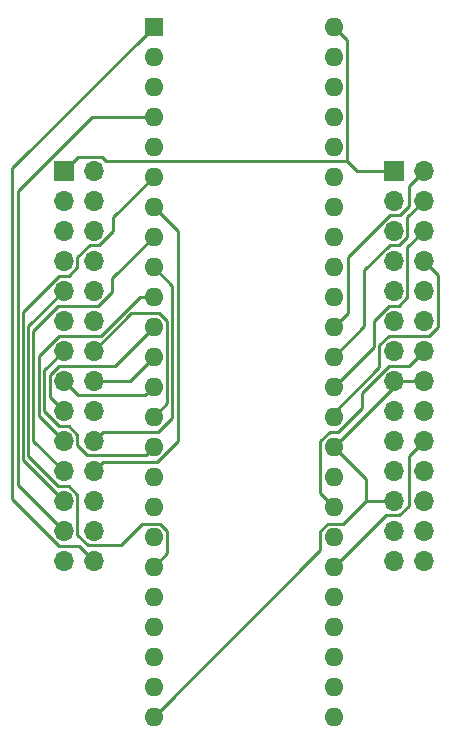
<source format=gbr>
G04 #@! TF.GenerationSoftware,KiCad,Pcbnew,7.0.6-7.0.6~ubuntu23.04.1*
G04 #@! TF.CreationDate,2023-07-23T13:01:15+01:00*
G04 #@! TF.ProjectId,WIZnet adapter,57495a6e-6574-4206-9164-61707465722e,rev?*
G04 #@! TF.SameCoordinates,Original*
G04 #@! TF.FileFunction,Copper,L2,Bot*
G04 #@! TF.FilePolarity,Positive*
%FSLAX46Y46*%
G04 Gerber Fmt 4.6, Leading zero omitted, Abs format (unit mm)*
G04 Created by KiCad (PCBNEW 7.0.6-7.0.6~ubuntu23.04.1) date 2023-07-23 13:01:15*
%MOMM*%
%LPD*%
G01*
G04 APERTURE LIST*
G04 #@! TA.AperFunction,ComponentPad*
%ADD10R,1.700000X1.700000*%
G04 #@! TD*
G04 #@! TA.AperFunction,ComponentPad*
%ADD11O,1.700000X1.700000*%
G04 #@! TD*
G04 #@! TA.AperFunction,ComponentPad*
%ADD12R,1.600000X1.600000*%
G04 #@! TD*
G04 #@! TA.AperFunction,ComponentPad*
%ADD13O,1.600000X1.600000*%
G04 #@! TD*
G04 #@! TA.AperFunction,Conductor*
%ADD14C,0.250000*%
G04 #@! TD*
G04 APERTURE END LIST*
D10*
X108458000Y-66040000D03*
D11*
X110998000Y-66040000D03*
X108458000Y-68580000D03*
X110998000Y-68580000D03*
X108458000Y-71120000D03*
X110998000Y-71120000D03*
X108458000Y-73660000D03*
X110998000Y-73660000D03*
X108458000Y-76200000D03*
X110998000Y-76200000D03*
X108458000Y-78740000D03*
X110998000Y-78740000D03*
X108458000Y-81280000D03*
X110998000Y-81280000D03*
X108458000Y-83820000D03*
X110998000Y-83820000D03*
X108458000Y-86360000D03*
X110998000Y-86360000D03*
X108458000Y-88900000D03*
X110998000Y-88900000D03*
X108458000Y-91440000D03*
X110998000Y-91440000D03*
X108458000Y-93980000D03*
X110998000Y-93980000D03*
X108458000Y-96520000D03*
X110998000Y-96520000D03*
X108458000Y-99060000D03*
X110998000Y-99060000D03*
X138938000Y-99060000D03*
X136398000Y-99060000D03*
X138938000Y-96520000D03*
X136398000Y-96520000D03*
X138938000Y-93980000D03*
X136398000Y-93980000D03*
X138938000Y-91440000D03*
X136398000Y-91440000D03*
X138938000Y-88900000D03*
X136398000Y-88900000D03*
X138938000Y-86360000D03*
X136398000Y-86360000D03*
X138938000Y-83820000D03*
X136398000Y-83820000D03*
X138938000Y-81280000D03*
X136398000Y-81280000D03*
X138938000Y-78740000D03*
X136398000Y-78740000D03*
X138938000Y-76200000D03*
X136398000Y-76200000D03*
X138938000Y-73660000D03*
X136398000Y-73660000D03*
X138938000Y-71120000D03*
X136398000Y-71120000D03*
X138938000Y-68580000D03*
X136398000Y-68580000D03*
X138938000Y-66040000D03*
D10*
X136398000Y-66040000D03*
D12*
X116078000Y-53848000D03*
D13*
X131318000Y-112268000D03*
X116078000Y-56388000D03*
X131318000Y-109728000D03*
X116078000Y-58928000D03*
X131318000Y-107188000D03*
X116078000Y-61468000D03*
X131318000Y-104648000D03*
X116078000Y-64008000D03*
X131318000Y-102108000D03*
X116078000Y-66548000D03*
X131318000Y-99568000D03*
X116078000Y-69088000D03*
X131318000Y-97028000D03*
X116078000Y-71628000D03*
X131318000Y-94488000D03*
X116078000Y-74168000D03*
X131318000Y-91948000D03*
X116078000Y-76708000D03*
X131318000Y-89408000D03*
X116078000Y-79248000D03*
X131318000Y-86868000D03*
X116078000Y-81788000D03*
X131318000Y-84328000D03*
X116078000Y-84328000D03*
X131318000Y-81788000D03*
X116078000Y-86868000D03*
X131318000Y-79248000D03*
X116078000Y-89408000D03*
X131318000Y-76708000D03*
X116078000Y-91948000D03*
X131318000Y-74168000D03*
X116078000Y-94488000D03*
X131318000Y-71628000D03*
X116078000Y-97028000D03*
X131318000Y-69088000D03*
X116078000Y-99568000D03*
X131318000Y-66548000D03*
X116078000Y-102108000D03*
X131318000Y-64008000D03*
X116078000Y-104648000D03*
X131318000Y-61468000D03*
X116078000Y-107188000D03*
X131318000Y-58928000D03*
X116078000Y-109728000D03*
X131318000Y-56388000D03*
X116078000Y-112268000D03*
X131318000Y-53848000D03*
D14*
X132443400Y-65166500D02*
X133316900Y-66040000D01*
X133316900Y-66040000D02*
X136398000Y-66040000D01*
X131318000Y-53848000D02*
X132443400Y-54973400D01*
X132443400Y-54973400D02*
X132443400Y-65166500D01*
X132443400Y-65166500D02*
X112024800Y-65166500D01*
X112024800Y-65166500D02*
X111690400Y-64832100D01*
X111690400Y-64832100D02*
X109665900Y-64832100D01*
X109665900Y-64832100D02*
X108458000Y-66040000D01*
X116078000Y-99568000D02*
X117220000Y-98426000D01*
X117220000Y-98426000D02*
X117220000Y-96530400D01*
X117220000Y-96530400D02*
X116592200Y-95902600D01*
X116592200Y-95902600D02*
X115112200Y-95902600D01*
X115112200Y-95902600D02*
X113290100Y-97724700D01*
X113290100Y-97724700D02*
X110509700Y-97724700D01*
X110509700Y-97724700D02*
X109633400Y-96848400D01*
X109633400Y-96848400D02*
X109633400Y-93454400D01*
X109633400Y-93454400D02*
X108889000Y-92710000D01*
X108889000Y-92710000D02*
X107957900Y-92710000D01*
X107957900Y-92710000D02*
X105459400Y-90211500D01*
X105459400Y-90211500D02*
X105459400Y-79198600D01*
X105459400Y-79198600D02*
X108458000Y-76200000D01*
X116078000Y-89408000D02*
X115410600Y-90075400D01*
X115410600Y-90075400D02*
X110472400Y-90075400D01*
X110472400Y-90075400D02*
X109633400Y-89236400D01*
X109633400Y-89236400D02*
X109633400Y-88374400D01*
X109633400Y-88374400D02*
X108889000Y-87630000D01*
X108889000Y-87630000D02*
X108045900Y-87630000D01*
X108045900Y-87630000D02*
X106810900Y-86395000D01*
X106810900Y-86395000D02*
X106810900Y-82927100D01*
X106810900Y-82927100D02*
X108458000Y-81280000D01*
X116078000Y-86868000D02*
X117207100Y-85738900D01*
X117207100Y-85738900D02*
X117207100Y-78785100D01*
X117207100Y-78785100D02*
X116528800Y-78106800D01*
X116528800Y-78106800D02*
X114171200Y-78106800D01*
X114171200Y-78106800D02*
X110998000Y-81280000D01*
X108458000Y-83820000D02*
X109665800Y-85027800D01*
X109665800Y-85027800D02*
X115378200Y-85027800D01*
X115378200Y-85027800D02*
X116078000Y-84328000D01*
X116078000Y-81788000D02*
X114046000Y-83820000D01*
X114046000Y-83820000D02*
X110998000Y-83820000D01*
X108458000Y-86360000D02*
X107270400Y-85172400D01*
X107270400Y-85172400D02*
X107270400Y-83316900D01*
X107270400Y-83316900D02*
X108037300Y-82550000D01*
X108037300Y-82550000D02*
X112776000Y-82550000D01*
X112776000Y-82550000D02*
X116078000Y-79248000D01*
X131318000Y-89408000D02*
X136398000Y-84328000D01*
X136398000Y-84328000D02*
X136398000Y-83820000D01*
X134047700Y-93980000D02*
X134047700Y-92137700D01*
X134047700Y-92137700D02*
X131318000Y-89408000D01*
X134047700Y-93980000D02*
X136398000Y-93980000D01*
X116078000Y-112268000D02*
X130189300Y-98156700D01*
X130189300Y-98156700D02*
X130189300Y-96519500D01*
X130189300Y-96519500D02*
X130806100Y-95902700D01*
X130806100Y-95902700D02*
X132125000Y-95902700D01*
X132125000Y-95902700D02*
X134047700Y-93980000D01*
X136398000Y-83820000D02*
X138938000Y-83820000D01*
X116078000Y-76708000D02*
X114933100Y-76708000D01*
X114933100Y-76708000D02*
X111631100Y-80010000D01*
X111631100Y-80010000D02*
X108062800Y-80010000D01*
X108062800Y-80010000D02*
X106360200Y-81712600D01*
X106360200Y-81712600D02*
X106360200Y-86802200D01*
X106360200Y-86802200D02*
X108458000Y-88900000D01*
X116078000Y-74168000D02*
X117660600Y-75750600D01*
X117660600Y-75750600D02*
X117660600Y-86928700D01*
X117660600Y-86928700D02*
X116451300Y-88138000D01*
X116451300Y-88138000D02*
X111760000Y-88138000D01*
X111760000Y-88138000D02*
X110998000Y-88900000D01*
X108458000Y-91440000D02*
X105909800Y-88891800D01*
X105909800Y-88891800D02*
X105909800Y-79567900D01*
X105909800Y-79567900D02*
X108007700Y-77470000D01*
X108007700Y-77470000D02*
X111401600Y-77470000D01*
X111401600Y-77470000D02*
X112567000Y-76304600D01*
X112567000Y-76304600D02*
X112567000Y-75139000D01*
X112567000Y-75139000D02*
X116078000Y-71628000D01*
X116078000Y-69088000D02*
X118129700Y-71139700D01*
X118129700Y-71139700D02*
X118129700Y-88949400D01*
X118129700Y-88949400D02*
X116401100Y-90678000D01*
X116401100Y-90678000D02*
X111760000Y-90678000D01*
X111760000Y-90678000D02*
X110998000Y-91440000D01*
X116078000Y-66548000D02*
X112661600Y-69964400D01*
X112661600Y-69964400D02*
X112661600Y-71130000D01*
X112661600Y-71130000D02*
X111496200Y-72295400D01*
X111496200Y-72295400D02*
X110698400Y-72295400D01*
X110698400Y-72295400D02*
X109633400Y-73360400D01*
X109633400Y-73360400D02*
X109633400Y-74185600D01*
X109633400Y-74185600D02*
X108889000Y-74930000D01*
X108889000Y-74930000D02*
X108050700Y-74930000D01*
X108050700Y-74930000D02*
X105009100Y-77971600D01*
X105009100Y-77971600D02*
X105009100Y-90531100D01*
X105009100Y-90531100D02*
X108458000Y-93980000D01*
X116078000Y-61468000D02*
X110833500Y-61468000D01*
X110833500Y-61468000D02*
X104558800Y-67742700D01*
X104558800Y-67742700D02*
X104558800Y-92620800D01*
X104558800Y-92620800D02*
X108458000Y-96520000D01*
X116078000Y-53848000D02*
X104108500Y-65817500D01*
X104108500Y-65817500D02*
X104108500Y-93861600D01*
X104108500Y-93861600D02*
X108036900Y-97790000D01*
X108036900Y-97790000D02*
X109728000Y-97790000D01*
X109728000Y-97790000D02*
X110998000Y-99060000D01*
X131318000Y-99568000D02*
X135730600Y-95155400D01*
X135730600Y-95155400D02*
X136891000Y-95155400D01*
X136891000Y-95155400D02*
X137668000Y-94378400D01*
X137668000Y-94378400D02*
X137668000Y-90170000D01*
X137668000Y-90170000D02*
X138938000Y-88900000D01*
X131318000Y-94488000D02*
X130187300Y-93357300D01*
X130187300Y-93357300D02*
X130187300Y-88945800D01*
X130187300Y-88945800D02*
X130995100Y-88138000D01*
X130995100Y-88138000D02*
X131712100Y-88138000D01*
X131712100Y-88138000D02*
X133703900Y-86146200D01*
X133703900Y-86146200D02*
X133703900Y-84821600D01*
X133703900Y-84821600D02*
X135975500Y-82550000D01*
X135975500Y-82550000D02*
X137668000Y-82550000D01*
X137668000Y-82550000D02*
X138938000Y-81280000D01*
X131318000Y-86868000D02*
X131318000Y-86540500D01*
X131318000Y-86540500D02*
X135187700Y-82670800D01*
X135187700Y-82670800D02*
X135187700Y-80819300D01*
X135187700Y-80819300D02*
X135997000Y-80010000D01*
X135997000Y-80010000D02*
X139381600Y-80010000D01*
X139381600Y-80010000D02*
X140129900Y-79261700D01*
X140129900Y-79261700D02*
X140129900Y-74851900D01*
X140129900Y-74851900D02*
X138938000Y-73660000D01*
X138938000Y-71120000D02*
X137573400Y-72484600D01*
X137573400Y-72484600D02*
X137573400Y-76716200D01*
X137573400Y-76716200D02*
X136819600Y-77470000D01*
X136819600Y-77470000D02*
X135971100Y-77470000D01*
X135971100Y-77470000D02*
X134708600Y-78732500D01*
X134708600Y-78732500D02*
X134708600Y-80937400D01*
X134708600Y-80937400D02*
X131318000Y-84328000D01*
X131318000Y-81788000D02*
X133931000Y-79175000D01*
X133931000Y-79175000D02*
X133931000Y-74462900D01*
X133931000Y-74462900D02*
X136098500Y-72295400D01*
X136098500Y-72295400D02*
X136887400Y-72295400D01*
X136887400Y-72295400D02*
X137573400Y-71609400D01*
X137573400Y-71609400D02*
X137573400Y-69944600D01*
X137573400Y-69944600D02*
X138938000Y-68580000D01*
X131318000Y-79248000D02*
X132507500Y-78058500D01*
X132507500Y-78058500D02*
X132507500Y-73339000D01*
X132507500Y-73339000D02*
X136091100Y-69755400D01*
X136091100Y-69755400D02*
X136923600Y-69755400D01*
X136923600Y-69755400D02*
X137668000Y-69011000D01*
X137668000Y-69011000D02*
X137668000Y-67310000D01*
X137668000Y-67310000D02*
X138938000Y-66040000D01*
M02*

</source>
